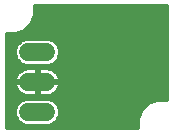
<source format=gbl>
G75*
%MOIN*%
%OFA0B0*%
%FSLAX25Y25*%
%IPPOS*%
%LPD*%
%AMOC8*
5,1,8,0,0,1.08239X$1,22.5*
%
%ADD10C,0.06000*%
%ADD11C,0.01600*%
D10*
X0032863Y0039681D02*
X0038863Y0039681D01*
X0038863Y0049681D02*
X0032863Y0049681D01*
X0032863Y0059681D02*
X0038863Y0059681D01*
D11*
X0025663Y0034481D02*
X0069249Y0034481D01*
X0069232Y0034521D01*
X0069232Y0037676D01*
X0070439Y0040590D01*
X0072670Y0042821D01*
X0075585Y0044028D01*
X0078701Y0044028D01*
X0078701Y0075117D01*
X0035075Y0075117D01*
X0035092Y0075077D01*
X0035092Y0071923D01*
X0033885Y0069008D01*
X0031654Y0066777D01*
X0028739Y0065570D01*
X0025663Y0065570D01*
X0025663Y0034481D01*
X0025663Y0035871D02*
X0030168Y0035871D01*
X0030257Y0035781D02*
X0031948Y0035081D01*
X0039778Y0035081D01*
X0041469Y0035781D01*
X0042763Y0037075D01*
X0043463Y0038766D01*
X0043463Y0040596D01*
X0042763Y0042287D01*
X0041469Y0043581D01*
X0039778Y0044281D01*
X0031948Y0044281D01*
X0030257Y0043581D01*
X0028963Y0042287D01*
X0028263Y0040596D01*
X0028263Y0038766D01*
X0028963Y0037075D01*
X0030257Y0035781D01*
X0028800Y0037469D02*
X0025663Y0037469D01*
X0025663Y0039068D02*
X0028263Y0039068D01*
X0028292Y0040666D02*
X0025663Y0040666D01*
X0025663Y0042265D02*
X0028954Y0042265D01*
X0030939Y0043863D02*
X0025663Y0043863D01*
X0025663Y0045462D02*
X0030571Y0045462D01*
X0030347Y0045576D02*
X0031020Y0045233D01*
X0031739Y0044999D01*
X0032485Y0044881D01*
X0035663Y0044881D01*
X0035663Y0049481D01*
X0036063Y0049481D01*
X0036063Y0049881D01*
X0043663Y0049881D01*
X0043663Y0050059D01*
X0043545Y0050805D01*
X0043311Y0051524D01*
X0042968Y0052197D01*
X0042524Y0052808D01*
X0041990Y0053342D01*
X0041379Y0053786D01*
X0040705Y0054129D01*
X0039987Y0054363D01*
X0039241Y0054481D01*
X0036063Y0054481D01*
X0036063Y0049881D01*
X0035663Y0049881D01*
X0035663Y0054481D01*
X0032485Y0054481D01*
X0031739Y0054363D01*
X0031020Y0054129D01*
X0030347Y0053786D01*
X0029736Y0053342D01*
X0029202Y0052808D01*
X0028758Y0052197D01*
X0028415Y0051524D01*
X0028181Y0050805D01*
X0028063Y0050059D01*
X0028063Y0049881D01*
X0035663Y0049881D01*
X0035663Y0049481D01*
X0028063Y0049481D01*
X0028063Y0049303D01*
X0028181Y0048557D01*
X0028415Y0047839D01*
X0028758Y0047165D01*
X0029202Y0046554D01*
X0029736Y0046020D01*
X0030347Y0045576D01*
X0028834Y0047060D02*
X0025663Y0047060D01*
X0025663Y0048659D02*
X0028165Y0048659D01*
X0028094Y0050257D02*
X0025663Y0050257D01*
X0025663Y0051856D02*
X0028584Y0051856D01*
X0029890Y0053454D02*
X0025663Y0053454D01*
X0025663Y0055053D02*
X0078701Y0055053D01*
X0078701Y0056651D02*
X0042338Y0056651D01*
X0042763Y0057075D02*
X0043463Y0058766D01*
X0043463Y0060596D01*
X0042763Y0062287D01*
X0041469Y0063581D01*
X0039778Y0064281D01*
X0031948Y0064281D01*
X0030257Y0063581D01*
X0028963Y0062287D01*
X0028263Y0060596D01*
X0028263Y0058766D01*
X0028963Y0057075D01*
X0030257Y0055781D01*
X0031948Y0055081D01*
X0039778Y0055081D01*
X0041469Y0055781D01*
X0042763Y0057075D01*
X0043249Y0058250D02*
X0078701Y0058250D01*
X0078701Y0059848D02*
X0043463Y0059848D01*
X0043110Y0061447D02*
X0078701Y0061447D01*
X0078701Y0063045D02*
X0042004Y0063045D01*
X0034063Y0069439D02*
X0078701Y0069439D01*
X0078701Y0067841D02*
X0032718Y0067841D01*
X0030363Y0066242D02*
X0078701Y0066242D01*
X0078701Y0064644D02*
X0025663Y0064644D01*
X0025663Y0063045D02*
X0029722Y0063045D01*
X0028615Y0061447D02*
X0025663Y0061447D01*
X0025663Y0059848D02*
X0028263Y0059848D01*
X0028477Y0058250D02*
X0025663Y0058250D01*
X0025663Y0056651D02*
X0029387Y0056651D01*
X0035663Y0053454D02*
X0036063Y0053454D01*
X0036063Y0051856D02*
X0035663Y0051856D01*
X0035663Y0050257D02*
X0036063Y0050257D01*
X0036063Y0049481D02*
X0043663Y0049481D01*
X0043663Y0049303D01*
X0043545Y0048557D01*
X0043311Y0047839D01*
X0042968Y0047165D01*
X0042524Y0046554D01*
X0041990Y0046020D01*
X0041379Y0045576D01*
X0040705Y0045233D01*
X0039987Y0044999D01*
X0039241Y0044881D01*
X0036063Y0044881D01*
X0036063Y0049481D01*
X0036063Y0048659D02*
X0035663Y0048659D01*
X0035663Y0047060D02*
X0036063Y0047060D01*
X0036063Y0045462D02*
X0035663Y0045462D01*
X0040787Y0043863D02*
X0075186Y0043863D01*
X0072114Y0042265D02*
X0042772Y0042265D01*
X0043434Y0040666D02*
X0070515Y0040666D01*
X0069809Y0039068D02*
X0043463Y0039068D01*
X0042926Y0037469D02*
X0069232Y0037469D01*
X0069232Y0035871D02*
X0041558Y0035871D01*
X0041155Y0045462D02*
X0078701Y0045462D01*
X0078701Y0047060D02*
X0042892Y0047060D01*
X0043561Y0048659D02*
X0078701Y0048659D01*
X0078701Y0050257D02*
X0043631Y0050257D01*
X0043142Y0051856D02*
X0078701Y0051856D01*
X0078701Y0053454D02*
X0041836Y0053454D01*
X0034726Y0071038D02*
X0078701Y0071038D01*
X0078701Y0072636D02*
X0035092Y0072636D01*
X0035092Y0074235D02*
X0078701Y0074235D01*
M02*

</source>
